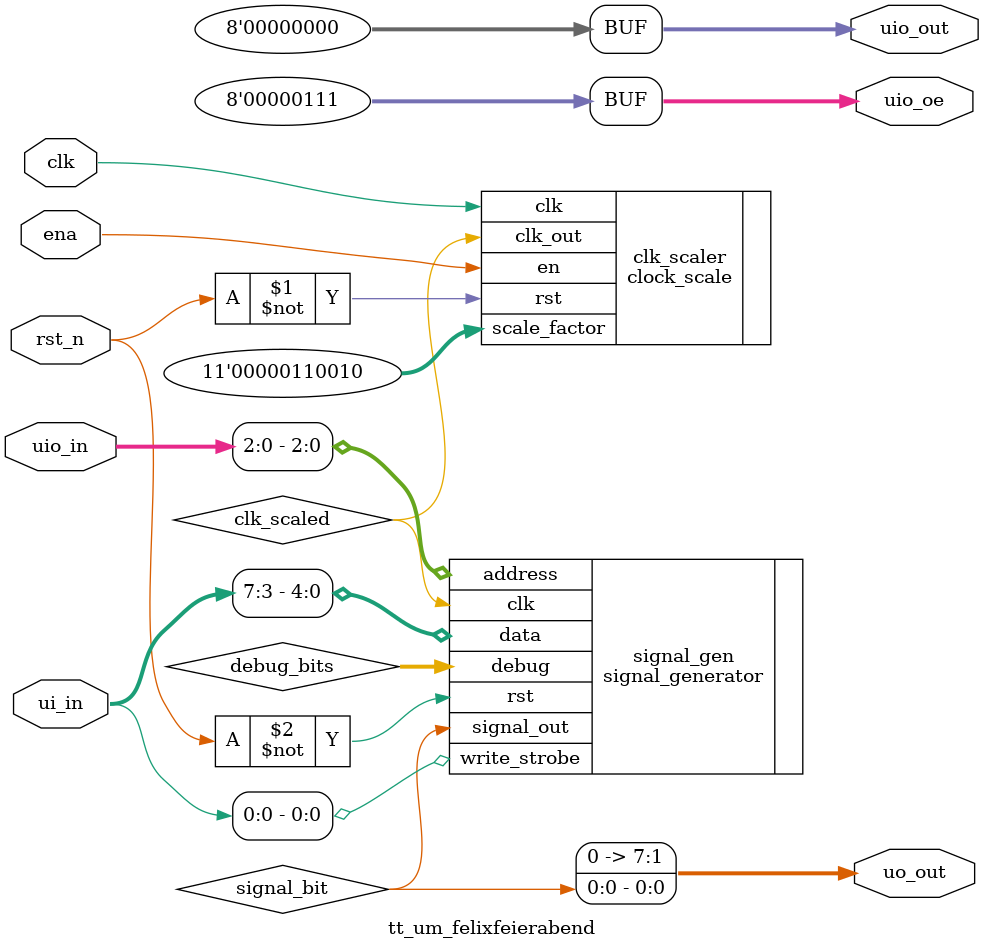
<source format=v>
`include "./signal_gen.v"
`include "./clock_scaler.v"

module tt_um_felixfeierabend (
    input  wire [7:0] ui_in,    // Dedicated inputs
    output wire [7:0] uo_out,   // Dedicated outputs
    input  wire [7:0] uio_in,   // IOs: Input path
    output wire [7:0] uio_out,  // IOs: Output path
    output wire [7:0] uio_oe,   // IOs: Enable path (active high: 0=input, 1=output)
    input  wire       ena,      // will go high when the design is enabled
    input  wire       clk,      // clock
    input  wire       rst_n     // reset_n - low to reset
);

wire clk_scaled;
wire signal_bit;
wire [6:0] debug_bits;

clock_scale clk_scaler (
    .en(ena),
    .clk(clk),
    .rst(~rst_n),
    .scale_factor(11'd50),
    .clk_out(clk_scaled)
);

signal_generator signal_gen (
    .clk(clk_scaled),
    .write_strobe(ui_in[0]),
    .address(uio_in[2:0]),
    .data(ui_in[7:3]),
    .signal_out(signal_bit),
    .debug(debug_bits),
    .rst(~rst_n)
);

assign uo_out = {7'd0, signal_bit};
assign uio_oe = 8'b00000111;
assign uio_out[7:0] = 8'b00000000;

endmodule
</source>
